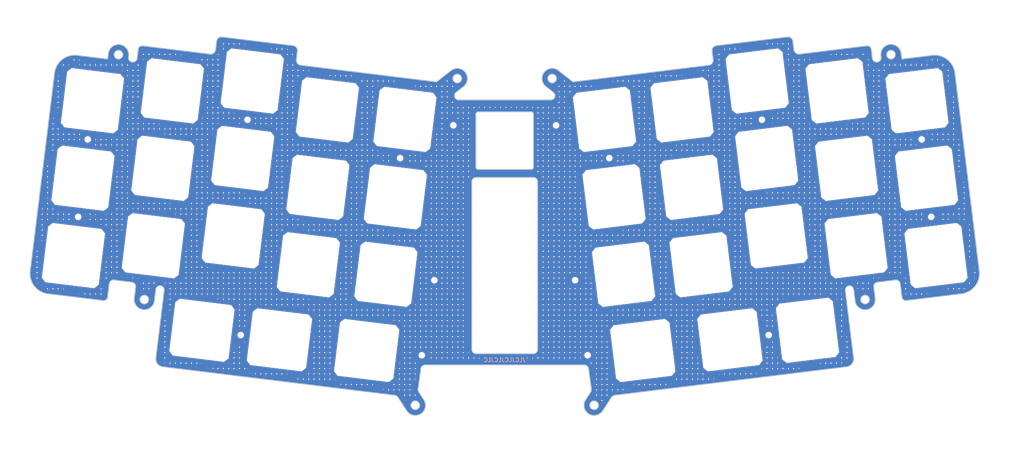
<source format=kicad_pcb>
(kicad_pcb (version 20221018) (generator pcbnew)
  (title_block (title "Le Capybara Plate (36 keys)") (date "2024-02-21") (rev "1.0") (company "sporkus"))
  (layers (0 "F.Cu" signal) (31 "B.Cu" signal) (34 "B.Paste" user) (35 "F.Paste" user) (36 "B.SilkS" user "B.Silkscreen") (37 "F.SilkS" user "F.Silkscreen") (38 "B.Mask" user) (39 "F.Mask" user) (44 "Edge.Cuts" user))
  (net 0 "")
  (footprint "capacitive_sensors:MountingHole_1.6mm_M2_tapped" (layer "F.Cu") (at 166.860803 136.750673)
    (fp_text reference "H15" hide)
    (fp_text value "M2 Hole")
    (fp_circle (center 0 0) (end 0 0.8) (stroke (width 0.05)) (fill none) (layer "Edge.Cuts"))
  )
  (footprint "capacitive_sensors:plate_cut_1U_topre" (layer "F.Cu") (at 194.537698 114.650454 -83)
    (fp_text reference "SW27")
    (fp_text value "EC_SW" hide)
    (fp_line (start -7.3 -6) (end -7.3 6) (stroke (width 0.05)) (layer "Edge.Cuts"))
    (fp_line (start -7.3 -6) (end -6.3 -7) (stroke (width 0.05)) (layer "Edge.Cuts"))
    (fp_line (start -6.3 7) (end -7.3 6) (stroke (width 0.05)) (layer "Edge.Cuts"))
    (fp_line (start -6.3 7) (end 6.3 7) (stroke (width 0.05)) (layer "Edge.Cuts"))
    (fp_line (start 6.3 -7) (end -6.3 -7) (stroke (width 0.05)) (layer "Edge.Cuts"))
    (fp_line (start 6.3 7) (end 7.3 6) (stroke (width 0.05)) (layer "Edge.Cuts"))
    (fp_line (start 7.3 -6) (end 6.3 -7) (stroke (width 0.05)) (layer "Edge.Cuts"))
    (fp_line (start 7.3 6) (end 7.3 -6) (stroke (width 0.05)) (layer "Edge.Cuts"))
  )
  (footprint "capacitive_sensors:plate_cut_1U_topre" (layer "F.Cu") (at 212.8653 107.601842 -83)
    (fp_text reference "SW28")
    (fp_text value "EC_SW" hide)
    (fp_line (start -7.3 -6) (end -7.3 6) (stroke (width 0.05)) (layer "Edge.Cuts"))
    (fp_line (start -7.3 -6) (end -6.3 -7) (stroke (width 0.05)) (layer "Edge.Cuts"))
    (fp_line (start -6.3 7) (end -7.3 6) (stroke (width 0.05)) (layer "Edge.Cuts"))
    (fp_line (start -6.3 7) (end 6.3 7) (stroke (width 0.05)) (layer "Edge.Cuts"))
    (fp_line (start 6.3 -7) (end -6.3 -7) (stroke (width 0.05)) (layer "Edge.Cuts"))
    (fp_line (start 6.3 7) (end 7.3 6) (stroke (width 0.05)) (layer "Edge.Cuts"))
    (fp_line (start 7.3 -6) (end 6.3 -7) (stroke (width 0.05)) (layer "Edge.Cuts"))
    (fp_line (start 7.3 6) (end 7.3 -6) (stroke (width 0.05)) (layer "Edge.Cuts"))
  )
  (footprint "capacitive_sensors:plate_cut_1U_topre" (layer "F.Cu") (at 122.292472 79.156057 83)
    (fp_text reference "SW5")
    (fp_text value "EC_SW" hide)
    (fp_line (start -7.3 -6) (end -7.3 6) (stroke (width 0.05)) (layer "Edge.Cuts"))
    (fp_line (start -7.3 -6) (end -6.3 -7) (stroke (width 0.05)) (layer "Edge.Cuts"))
    (fp_line (start -6.3 7) (end -7.3 6) (stroke (width 0.05)) (layer "Edge.Cuts"))
    (fp_line (start -6.3 7) (end 6.3 7) (stroke (width 0.05)) (layer "Edge.Cuts"))
    (fp_line (start 6.3 -7) (end -6.3 -7) (stroke (width 0.05)) (layer "Edge.Cuts"))
    (fp_line (start 6.3 7) (end 7.3 6) (stroke (width 0.05)) (layer "Edge.Cuts"))
    (fp_line (start 7.3 -6) (end 6.3 -7) (stroke (width 0.05)) (layer "Edge.Cuts"))
    (fp_line (start 7.3 6) (end 7.3 -6) (stroke (width 0.05)) (layer "Edge.Cuts"))
  )
  (footprint "capacitive_sensors:plate_cut_1U_topre" (layer "F.Cu") (at 119.970861 98.064061 83)
    (fp_text reference "SW15")
    (fp_text value "EC_SW" hide)
    (fp_line (start -7.3 -6) (end -7.3 6) (stroke (width 0.05)) (layer "Edge.Cuts"))
    (fp_line (start -7.3 -6) (end -6.3 -7) (stroke (width 0.05)) (layer "Edge.Cuts"))
    (fp_line (start -6.3 7) (end -7.3 6) (stroke (width 0.05)) (layer "Edge.Cuts"))
    (fp_line (start -6.3 7) (end 6.3 7) (stroke (width 0.05)) (layer "Edge.Cuts"))
    (fp_line (start 6.3 -7) (end -6.3 -7) (stroke (width 0.05)) (layer "Edge.Cuts"))
    (fp_line (start 6.3 7) (end 7.3 6) (stroke (width 0.05)) (layer "Edge.Cuts"))
    (fp_line (start 7.3 -6) (end 6.3 -7) (stroke (width 0.05)) (layer "Edge.Cuts"))
    (fp_line (start 7.3 6) (end 7.3 -6) (stroke (width 0.05)) (layer "Edge.Cuts"))
  )
  (footprint "capacitive_sensors:plate_cut_1U_topre" (layer "F.Cu") (at 220.494315 130.656448 97)
    (fp_text reference "SW36")
    (fp_text value "EC_SW" hide)
    (fp_line (start -7.3 -6) (end -7.3 6) (stroke (width 0.05)) (layer "Edge.Cuts"))
    (fp_line (start -7.3 -6) (end -6.3 -7) (stroke (width 0.05)) (layer "Edge.Cuts"))
    (fp_line (start -6.3 7) (end -7.3 6) (stroke (width 0.05)) (layer "Edge.Cuts"))
    (fp_line (start -6.3 7) (end 6.3 7) (stroke (width 0.05)) (layer "Edge.Cuts"))
    (fp_line (start 6.3 -7) (end -6.3 -7) (stroke (width 0.05)) (layer "Edge.Cuts"))
    (fp_line (start 6.3 7) (end 7.3 6) (stroke (width 0.05)) (layer "Edge.Cuts"))
    (fp_line (start 7.3 -6) (end 6.3 -7) (stroke (width 0.05)) (layer "Edge.Cuts"))
    (fp_line (start 7.3 6) (end 7.3 -6) (stroke (width 0.05)) (layer "Edge.Cuts"))
  )
  (footprint "capacitive_sensors:plate_cut_1U_topre" (layer "F.Cu") (at 91.692634 132.978056 -7)
    (fp_text reference "SW31")
    (fp_text value "EC_SW" hide)
    (fp_line (start -7.3 -6) (end -7.3 6) (stroke (width 0.05)) (layer "Edge.Cuts"))
    (fp_line (start -7.3 -6) (end -6.3 -7) (stroke (width 0.05)) (layer "Edge.Cuts"))
    (fp_line (start -6.3 7) (end -7.3 6) (stroke (width 0.05)) (layer "Edge.Cuts"))
    (fp_line (start -6.3 7) (end 6.3 7) (stroke (width 0.05)) (layer "Edge.Cuts"))
    (fp_line (start 6.3 -7) (end -6.3 -7) (stroke (width 0.05)) (layer "Edge.Cuts"))
    (fp_line (start 6.3 7) (end 7.3 6) (stroke (width 0.05)) (layer "Edge.Cuts"))
    (fp_line (start 7.3 -6) (end 6.3 -7) (stroke (width 0.05)) (layer "Edge.Cuts"))
    (fp_line (start 7.3 6) (end 7.3 -6) (stroke (width 0.05)) (layer "Edge.Cuts"))
  )
  (footprint "capacitive_sensors:plate_cut_1U_topre" (layer "F.Cu") (at 232.353707 110.007232 -83)
    (fp_text reference "SW29")
    (fp_text value "EC_SW" hide)
    (fp_line (start -7.3 -6) (end -7.3 6) (stroke (width 0.05)) (layer "Edge.Cuts"))
    (fp_line (start -7.3 -6) (end -6.3 -7) (stroke (width 0.05)) (layer "Edge.Cuts"))
    (fp_line (start -6.3 7) (end -7.3 6) (stroke (width 0.05)) (layer "Edge.Cuts"))
    (fp_line (start -6.3 7) (end 6.3 7) (stroke (width 0.05)) (layer "Edge.Cuts"))
    (fp_line (start 6.3 -7) (end -6.3 -7) (stroke (width 0.05)) (layer "Edge.Cuts"))
    (fp_line (start 6.3 7) (end 7.3 6) (stroke (width 0.05)) (layer "Edge.Cuts"))
    (fp_line (start 7.3 -6) (end 6.3 -7) (stroke (width 0.05)) (layer "Edge.Cuts"))
    (fp_line (start 7.3 6) (end 7.3 -6) (stroke (width 0.05)) (layer "Edge.Cuts"))
  )
  (footprint "capacitive_sensors:plate_cut_1U_topre" (layer "F.Cu") (at 230.032096 91.099228 -83)
    (fp_text reference "SW19")
    (fp_text value "EC_SW" hide)
    (fp_line (start -7.3 -6) (end -7.3 6) (stroke (width 0.05)) (layer "Edge.Cuts"))
    (fp_line (start -7.3 -6) (end -6.3 -7) (stroke (width 0.05)) (layer "Edge.Cuts"))
    (fp_line (start -6.3 7) (end -7.3 6) (stroke (width 0.05)) (layer "Edge.Cuts"))
    (fp_line (start -6.3 7) (end 6.3 7) (stroke (width 0.05)) (layer "Edge.Cuts"))
    (fp_line (start 6.3 -7) (end -6.3 -7) (stroke (width 0.05)) (layer "Edge.Cuts"))
    (fp_line (start 6.3 7) (end 7.3 6) (stroke (width 0.05)) (layer "Edge.Cuts"))
    (fp_line (start 7.3 -6) (end 6.3 -7) (stroke (width 0.05)) (layer "Edge.Cuts"))
    (fp_line (start 7.3 6) (end 7.3 -6) (stroke (width 0.05)) (layer "Edge.Cuts"))
  )
  (footprint "capacitive_sensors:plate_cut_1U_topre" (layer "F.Cu") (at 72.784629 130.656448 -7)
    (fp_text reference "SW35")
    (fp_text value "EC_SW" hide)
    (fp_line (start -7.3 -6) (end -7.3 6) (stroke (width 0.05)) (layer "Edge.Cuts"))
    (fp_line (start -7.3 -6) (end -6.3 -7) (stroke (width 0.05)) (layer "Edge.Cuts"))
    (fp_line (start -6.3 7) (end -7.3 6) (stroke (width 0.05)) (layer "Edge.Cuts"))
    (fp_line (start -6.3 7) (end 6.3 7) (stroke (width 0.05)) (layer "Edge.Cuts"))
    (fp_line (start 6.3 -7) (end -6.3 -7) (stroke (width 0.05)) (layer "Edge.Cuts"))
    (fp_line (start 6.3 7) (end 7.3 6) (stroke (width 0.05)) (layer "Edge.Cuts"))
    (fp_line (start 7.3 -6) (end 6.3 -7) (stroke (width 0.05)) (layer "Edge.Cuts"))
    (fp_line (start 7.3 6) (end 7.3 -6) (stroke (width 0.05)) (layer "Edge.Cuts"))
  )
  (footprint "capacitive_sensors:MountingHole_1.6mm_M2_tapped" (layer "F.Cu") (at 134.109977 80.607062)
    (fp_text reference "H4" hide)
    (fp_text value "M2 Hole")
    (fp_circle (center 0 0) (end 0 0.8) (stroke (width 0.05)) (fill none) (layer "Edge.Cuts"))
  )
  (footprint "capacitive_sensors:plate_cut_1U_topre" (layer "F.Cu") (at 60.925238 110.007232 83)
    (fp_text reference "SW22")
    (fp_text value "EC_SW" hide)
    (fp_line (start -7.3 -6) (end -7.3 6) (stroke (width 0.05)) (layer "Edge.Cuts"))
    (fp_line (start -7.3 -6) (end -6.3 -7) (stroke (width 0.05)) (layer "Edge.Cuts"))
    (fp_line (start -6.3 7) (end -7.3 6) (stroke (width 0.05)) (layer "Edge.Cuts"))
    (fp_line (start -6.3 7) (end 6.3 7) (stroke (width 0.05)) (layer "Edge.Cuts"))
    (fp_line (start 6.3 -7) (end -6.3 -7) (stroke (width 0.05)) (layer "Edge.Cuts"))
    (fp_line (start 6.3 7) (end 7.3 6) (stroke (width 0.05)) (layer "Edge.Cuts"))
    (fp_line (start 7.3 -6) (end 6.3 -7) (stroke (width 0.05)) (layer "Edge.Cuts"))
    (fp_line (start 7.3 6) (end 7.3 -6) (stroke (width 0.05)) (layer "Edge.Cuts"))
  )
  (footprint "capacitive_sensors:plate_cut_1U_topre" (layer "F.Cu") (at 175.629694 116.972065 -83)
    (fp_text reference "SW26")
    (fp_text value "EC_SW" hide)
    (fp_line (start -7.3 -6) (end -7.3 6) (stroke (width 0.05)) (layer "Edge.Cuts"))
    (fp_line (start -7.3 -6) (end -6.3 -7) (stroke (width 0.05)) (layer "Edge.Cuts"))
    (fp_line (start -6.3 7) (end -7.3 6) (stroke (width 0.05)) (layer "Edge.Cuts"))
    (fp_line (start -6.3 7) (end 6.3 7) (stroke (width 0.05)) (layer "Edge.Cuts"))
    (fp_line (start 6.3 -7) (end -6.3 -7) (stroke (width 0.05)) (layer "Edge.Cuts"))
    (fp_line (start 6.3 7) (end 7.3 6) (stroke (width 0.05)) (layer "Edge.Cuts"))
    (fp_line (start 7.3 -6) (end 6.3 -7) (stroke (width 0.05)) (layer "Edge.Cuts"))
    (fp_line (start 7.3 6) (end 7.3 -6) (stroke (width 0.05)) (layer "Edge.Cuts"))
  )
  (footprint "capacitive_sensors:plate_cut_1U_topre" (layer "F.Cu") (at 103.384468 76.834446 83)
    (fp_text reference "SW4")
    (fp_text value "EC_SW" hide)
    (fp_line (start -7.3 -6) (end -7.3 6) (stroke (width 0.05)) (layer "Edge.Cuts"))
    (fp_line (start -7.3 -6) (end -6.3 -7) (stroke (width 0.05)) (layer "Edge.Cuts"))
    (fp_line (start -6.3 7) (end -7.3 6) (stroke (width 0.05)) (layer "Edge.Cuts"))
    (fp_line (start -6.3 7) (end 6.3 7) (stroke (width 0.05)) (layer "Edge.Cuts"))
    (fp_line (start 6.3 -7) (end -6.3 -7) (stroke (width 0.05)) (layer "Edge.Cuts"))
    (fp_line (start 6.3 7) (end 7.3 6) (stroke (width 0.05)) (layer "Edge.Cuts"))
    (fp_line (start 7.3 -6) (end 6.3 -7) (stroke (width 0.05)) (layer "Edge.Cuts"))
    (fp_line (start 7.3 6) (end 7.3 -6) (stroke (width 0.05)) (layer "Edge.Cuts"))
  )
  (footprint "capacitive_sensors:plate_cut_1U_topre" (layer "F.Cu") (at 117.64925 116.972065 83)
    (fp_text reference "SW25")
    (fp_text value "EC_SW" hide)
    (fp_line (start -7.3 -6) (end -7.3 6) (stroke (width 0.05)) (layer "Edge.Cuts"))
    (fp_line (start -7.3 -6) (end -6.3 -7) (stroke (width 0.05)) (layer "Edge.Cuts"))
    (fp_line (start -6.3 7) (end -7.3 6) (stroke (width 0.05)) (layer "Edge.Cuts"))
    (fp_line (start -6.3 7) (end 6.3 7) (stroke (width 0.05)) (layer "Edge.Cuts"))
    (fp_line (start 6.3 -7) (end -6.3 -7) (stroke (width 0.05)) (layer "Edge.Cuts"))
    (fp_line (start 6.3 7) (end 7.3 6) (stroke (width 0.05)) (layer "Edge.Cuts"))
    (fp_line (start 7.3 -6) (end 6.3 -7) (stroke (width 0.05)) (layer "Edge.Cuts"))
    (fp_line (start 7.3 6) (end 7.3 -6) (stroke (width 0.05)) (layer "Edge.Cuts"))
  )
  (footprint "capacitive_sensors:plate_cut_1U_topre" (layer "F.Cu") (at 112.964139 135.589868 -7)
    (fp_text reference "SW32")
    (fp_text value "EC_SW" hide)
    (fp_line (start -7.3 -6) (end -7.3 6) (stroke (width 0.05)) (layer "Edge.Cuts"))
    (fp_line (start -7.3 -6) (end -6.3 -7) (stroke (width 0.05)) (layer "Edge.Cuts"))
    (fp_line (start -6.3 7) (end -7.3 6) (stroke (width 0.05)) (layer "Edge.Cuts"))
    (fp_line (start -6.3 7) (end 6.3 7) (stroke (width 0.05)) (layer "Edge.Cuts"))
    (fp_line (start 6.3 -7) (end -6.3 -7) (stroke (width 0.05)) (layer "Edge.Cuts"))
    (fp_line (start 6.3 7) (end 7.3 6) (stroke (width 0.05)) (layer "Edge.Cuts"))
    (fp_line (start 7.3 -6) (end 6.3 -7) (stroke (width 0.05)) (layer "Edge.Cuts"))
    (fp_line (start 7.3 6) (end 7.3 -6) (stroke (width 0.05)) (layer "Edge.Cuts"))
  )
  (footprint "capacitive_sensors:plate_cut_1U_topre" (layer "F.Cu") (at 43.758442 93.504618 83)
    (fp_text reference "SW11")
    (fp_text value "EC_SW" hide)
    (fp_line (start -7.3 -6) (end -7.3 6) (stroke (width 0.05)) (layer "Edge.Cuts"))
    (fp_line (start -7.3 -6) (end -6.3 -7) (stroke (width 0.05)) (layer "Edge.Cuts"))
    (fp_line (start -6.3 7) (end -7.3 6) (stroke (width 0.05)) (layer "Edge.Cuts"))
    (fp_line (start -6.3 7) (end 6.3 7) (stroke (width 0.05)) (layer "Edge.Cuts"))
    (fp_line (start 6.3 -7) (end -6.3 -7) (stroke (width 0.05)) (layer "Edge.Cuts"))
    (fp_line (start 6.3 7) (end 7.3 6) (stroke (width 0.05)) (layer "Edge.Cuts"))
    (fp_line (start 7.3 -6) (end 6.3 -7) (stroke (width 0.05)) (layer "Edge.Cuts"))
    (fp_line (start 7.3 6) (end 7.3 -6) (stroke (width 0.05)) (layer "Edge.Cuts"))
  )
  (footprint "capacitive_sensors:plate_cut_1U_topre" (layer "F.Cu") (at 227.710485 72.191224 -83)
    (fp_text reference "SW9")
    (fp_text value "EC_SW" hide)
    (fp_line (start -7.3 -6) (end -7.3 6) (stroke (width 0.05)) (layer "Edge.Cuts"))
    (fp_line (start -7.3 -6) (end -6.3 -7) (stroke (width 0.05)) (layer "Edge.Cuts"))
    (fp_line (start -6.3 7) (end -7.3 6) (stroke (width 0.05)) (layer "Edge.Cuts"))
    (fp_line (start -6.3 7) (end 6.3 7) (stroke (width 0.05)) (layer "Edge.Cuts"))
    (fp_line (start 6.3 -7) (end -6.3 -7) (stroke (width 0.05)) (layer "Edge.Cuts"))
    (fp_line (start 6.3 7) (end 7.3 6) (stroke (width 0.05)) (layer "Edge.Cuts"))
    (fp_line (start 7.3 -6) (end 6.3 -7) (stroke (width 0.05)) (layer "Edge.Cuts"))
    (fp_line (start 7.3 6) (end 7.3 -6) (stroke (width 0.05)) (layer "Edge.Cuts"))
  )
  (footprint "capacitive_sensors:plate_cut_1U_topre" (layer "F.Cu") (at 247.198892 74.596614 -83)
    (fp_text reference "SW10")
    (fp_text value "EC_SW" hide)
    (fp_line (start -7.3 -6) (end -7.3 6) (stroke (width 0.05)) (layer "Edge.Cuts"))
    (fp_line (start -7.3 -6) (end -6.3 -7) (stroke (width 0.05)) (layer "Edge.Cuts"))
    (fp_line (start -6.3 7) (end -7.3 6) (stroke (width 0.05)) (layer "Edge.Cuts"))
    (fp_line (start -6.3 7) (end 6.3 7) (stroke (width 0.05)) (layer "Edge.Cuts"))
    (fp_line (start 6.3 -7) (end -6.3 -7) (stroke (width 0.05)) (layer "Edge.Cuts"))
    (fp_line (start 6.3 7) (end 7.3 6) (stroke (width 0.05)) (layer "Edge.Cuts"))
    (fp_line (start 7.3 -6) (end 6.3 -7) (stroke (width 0.05)) (layer "Edge.Cuts"))
    (fp_line (start 7.3 6) (end 7.3 -6) (stroke (width 0.05)) (layer "Edge.Cuts"))
  )
  (footprint "capacitive_sensors:MountingHole_1.6mm_M2_tapped" (layer "F.Cu") (at 82.238631 131.817253)
    (fp_text reference "H7" hide)
    (fp_text value "M2 Hole")
    (fp_circle (center 0 0) (end 0 0.8) (stroke (width 0.05)) (fill none) (layer "Edge.Cuts"))
  )
  (footprint "capacitive_sensors:plate_cut_1U_topre" (layer "F.Cu") (at 63.246849 91.099228 83)
    (fp_text reference "SW12")
    (fp_text value "EC_SW" hide)
    (fp_line (start -7.3 -6) (end -7.3 6) (stroke (width 0.05)) (layer "Edge.Cuts"))
    (fp_line (start -7.3 -6) (end -6.3 -7) (stroke (width 0.05)) (layer "Edge.Cuts"))
    (fp_line (start -6.3 7) (end -7.3 6) (stroke (width 0.05)) (layer "Edge.Cuts"))
    (fp_line (start -6.3 7) (end 6.3 7) (stroke (width 0.05)) (layer "Edge.Cuts"))
    (fp_line (start 6.3 -7) (end -6.3 -7) (stroke (width 0.05)) (layer "Edge.Cuts"))
    (fp_line (start 6.3 7) (end 7.3 6) (stroke (width 0.05)) (layer "Edge.Cuts"))
    (fp_line (start 7.3 -6) (end 6.3 -7) (stroke (width 0.05)) (layer "Edge.Cuts"))
    (fp_line (start 7.3 6) (end 7.3 -6) (stroke (width 0.05)) (layer "Edge.Cuts"))
  )
  (footprint "capacitive_sensors:plate_cut_1U_topre" (layer "F.Cu") (at 46.080053 74.596614 83)
    (fp_text reference "SW1")
    (fp_text value "EC_SW" hide)
    (fp_line (start -7.3 -6) (end -7.3 6) (stroke (width 0.05)) (layer "Edge.Cuts"))
    (fp_line (start -7.3 -6) (end -6.3 -7) (stroke (width 0.05)) (layer "Edge.Cuts"))
    (fp_line (start -6.3 7) (end -7.3 6) (stroke (width 0.05)) (layer "Edge.Cuts"))
    (fp_line (start -6.3 7) (end 6.3 7) (stroke (width 0.05)) (layer "Edge.Cuts"))
    (fp_line (start 6.3 -7) (end -6.3 -7) (stroke (width 0.05)) (layer "Edge.Cuts"))
    (fp_line (start 6.3 7) (end 7.3 6) (stroke (width 0.05)) (layer "Edge.Cuts"))
    (fp_line (start 7.3 -6) (end 6.3 -7) (stroke (width 0.05)) (layer "Edge.Cuts"))
    (fp_line (start 7.3 6) (end 7.3 -6) (stroke (width 0.05)) (layer "Edge.Cuts"))
  )
  (footprint "capacitive_sensors:MountingHole_1.6mm_M2_tapped" (layer "F.Cu") (at 159.168967 80.607062)
    (fp_text reference "H9" hide)
    (fp_text value "M2 Hole")
    (fp_circle (center 0 0) (end 0 0.8) (stroke (width 0.05)) (fill none) (layer "Edge.Cuts"))
  )
  (footprint "capacitive_sensors:plate_cut_1U_topre" (layer "F.Cu") (at 65.56846 72.191224 83)
    (fp_text reference "SW2")
    (fp_text value "EC_SW" hide)
    (fp_line (start -7.3 -6) (end -7.3 6) (stroke (width 0.05)) (layer "Edge.Cuts"))
    (fp_line (start -7.3 -6) (end -6.3 -7) (stroke (width 0.05)) (layer "Edge.Cuts"))
    (fp_line (start -6.3 7) (end -7.3 6) (stroke (width 0.05)) (layer "Edge.Cuts"))
    (fp_line (start -6.3 7) (end 6.3 7) (stroke (width 0.05)) (layer "Edge.Cuts"))
    (fp_line (start 6.3 -7) (end -6.3 -7) (stroke (width 0.05)) (layer "Edge.Cuts"))
    (fp_line (start 6.3 7) (end 7.3 6) (stroke (width 0.05)) (layer "Edge.Cuts"))
    (fp_line (start 7.3 -6) (end 6.3 -7) (stroke (width 0.05)) (layer "Edge.Cuts"))
    (fp_line (start 7.3 6) (end 7.3 -6) (stroke (width 0.05)) (layer "Edge.Cuts"))
  )
  (footprint "capacitive_sensors:MountingHole_1.6mm_M2_tapped" (layer "F.Cu") (at 211.040313 131.817253)
    (fp_text reference "H16" hide)
    (fp_text value "M2 Hole")
    (fp_circle (center 0 0) (end 0 0.8) (stroke (width 0.05)) (fill none) (layer "Edge.Cuts"))
  )
  (footprint "capacitive_sensors:plate_cut_1U_topre" (layer "F.Cu") (at 82.735256 88.693838 83)
    (fp_text reference "SW13")
    (fp_text value "EC_SW" hide)
    (fp_line (start -7.3 -6) (end -7.3 6) (stroke (width 0.05)) (layer "Edge.Cuts"))
    (fp_line (start -7.3 -6) (end -6.3 -7) (stroke (width 0.05)) (layer "Edge.Cuts"))
    (fp_line (start -6.3 7) (end -7.3 6) (stroke (width 0.05)) (layer "Edge.Cuts"))
    (fp_line (start -6.3 7) (end 6.3 7) (stroke (width 0.05)) (layer "Edge.Cuts"))
    (fp_line (start 6.3 -7) (end -6.3 -7) (stroke (width 0.05)) (layer "Edge.Cuts"))
    (fp_line (start 6.3 7) (end 7.3 6) (stroke (width 0.05)) (layer "Edge.Cuts"))
    (fp_line (start 7.3 -6) (end 6.3 -7) (stroke (width 0.05)) (layer "Edge.Cuts"))
    (fp_line (start 7.3 6) (end 7.3 -6) (stroke (width 0.05)) (layer "Edge.Cuts"))
  )
  (footprint "capacitive_sensors:plate_cut_1U_topre" (layer "F.Cu") (at 251.843482 112.409408 -83)
    (fp_text reference "SW30")
    (fp_text value "EC_SW" hide)
    (fp_line (start -7.3 -6) (end -7.3 6) (stroke (width 0.05)) (layer "Edge.Cuts"))
    (fp_line (start -7.3 -6) (end -6.3 -7) (stroke (width 0.05)) (layer "Edge.Cuts"))
    (fp_line (start -6.3 7) (end -7.3 6) (stroke (width 0.05)) (layer "Edge.Cuts"))
    (fp_line (start -6.3 7) (end 6.3 7) (stroke (width 0.05)) (layer "Edge.Cuts"))
    (fp_line (start 6.3 -7) (end -6.3 -7) (stroke (width 0.05)) (layer "Edge.Cuts"))
    (fp_line (start 6.3 7) (end 7.3 6) (stroke (width 0.05)) (layer "Edge.Cuts"))
    (fp_line (start 7.3 -6) (end 6.3 -7) (stroke (width 0.05)) (layer "Edge.Cuts"))
    (fp_line (start 7.3 6) (end 7.3 -6) (stroke (width 0.05)) (layer "Edge.Cuts"))
  )
  (footprint "capacitive_sensors:MountingHole_1.6mm_M2_tapped" (layer "F.Cu") (at 163.812189 118.423073)
    (fp_text reference "H13" hide)
    (fp_text value "M2 Hole")
    (fp_circle (center 0 0) (end 0 0.8) (stroke (width 0.05)) (fill none) (layer "Edge.Cuts"))
  )
  (footprint "capacitive_sensors:plate_cut_1U_topre" (layer "F.Cu") (at 41.442999 112.413442 83)
    (fp_text reference "SW21")
    (fp_text value "EC_SW" hide)
    (fp_line (start -7.3 -6) (end -7.3 6) (stroke (width 0.05)) (layer "Edge.Cuts"))
    (fp_line (start -7.3 -6) (end -6.3 -7) (stroke (width 0.05)) (layer "Edge.Cuts"))
    (fp_line (start -6.3 7) (end -7.3 6) (stroke (width 0.05)) (layer "Edge.Cuts"))
    (fp_line (start -6.3 7) (end 6.3 7) (stroke (width 0.05)) (layer "Edge.Cuts"))
    (fp_line (start 6.3 -7) (end -6.3 -7) (stroke (width 0.05)) (layer "Edge.Cuts"))
    (fp_line (start 6.3 7) (end 7.3 6) (stroke (width 0.05)) (layer "Edge.Cuts"))
    (fp_line (start 7.3 -6) (end 6.3 -7) (stroke (width 0.05)) (layer "Edge.Cuts"))
    (fp_line (start 7.3 6) (end 7.3 -6) (stroke (width 0.05)) (layer "Edge.Cuts"))
  )
  (footprint "capacitive_sensors:MountingHole_1.6mm_M2_tapped" (layer "F.Cu") (at 209.376717 79.240652)
    (fp_text reference "H11" hide)
    (fp_text value "M2 Hole")
    (fp_circle (center 0 0) (end 0 0.8) (stroke (width 0.05)) (fill none) (layer "Edge.Cuts"))
  )
  (footprint "capacitive_sensors:MountingHole_1.6mm_M2_tapped" (layer "F.Cu") (at 44.925417 84.051437)
    (fp_text reference "H1" hide)
    (fp_text value "M2 Hole")
    (fp_circle (center 0 0) (end 0 0.8) (stroke (width 0.05)) (fill none) (layer "Edge.Cuts"))
  )
  (footprint "capacitive_sensors:plate_cut_1U_topre" (layer "F.Cu") (at 98.741246 114.650454 83)
    (fp_text reference "SW24")
    (fp_text value "EC_SW" hide)
    (fp_line (start -7.3 -6) (end -7.3 6) (stroke (width 0.05)) (layer "Edge.Cuts"))
    (fp_line (start -7.3 -6) (end -6.3 -7) (stroke (width 0.05)) (layer "Edge.Cuts"))
    (fp_line (start -6.3 7) (end -7.3 6) (stroke (width 0.05)) (layer "Edge.Cuts"))
    (fp_line (start -6.3 7) (end 6.3 7) (stroke (width 0.05)) (layer "Edge.Cuts"))
    (fp_line (start 6.3 -7) (end -6.3 -7) (stroke (width 0.05)) (layer "Edge.Cuts"))
    (fp_line (start 6.3 7) (end 7.3 6) (stroke (width 0.05)) (layer "Edge.Cuts"))
    (fp_line (start 7.3 -6) (end 6.3 -7) (stroke (width 0.05)) (layer "Edge.Cuts"))
    (fp_line (start 7.3 6) (end 7.3 -6) (stroke (width 0.05)) (layer "Edge.Cuts"))
  )
  (footprint "capacitive_sensors:plate_cut_1U_topre" (layer "F.Cu") (at 180.314805 135.589868 7)
    (fp_text reference "SW33")
    (fp_text value "EC_SW" hide)
    (fp_line (start -7.3 -6) (end -7.3 6) (stroke (width 0.05)) (layer "Edge.Cuts"))
    (fp_line (start -7.3 -6) (end -6.3 -7) (stroke (width 0.05)) (layer "Edge.Cuts"))
    (fp_line (start -6.3 7) (end -7.3 6) (stroke (width 0.05)) (layer "Edge.Cuts"))
    (fp_line (start -6.3 7) (end 6.3 7) (stroke (width 0.05)) (layer "Edge.Cuts"))
    (fp_line (start 6.3 -7) (end -6.3 -7) (stroke (width 0.05)) (layer "Edge.Cuts"))
    (fp_line (start 6.3 7) (end 7.3 6) (stroke (width 0.05)) (layer "Edge.Cuts"))
    (fp_line (start 7.3 -6) (end 6.3 -7) (stroke (width 0.05)) (layer "Edge.Cuts"))
    (fp_line (start 7.3 6) (end 7.3 -6) (stroke (width 0.05)) (layer "Edge.Cuts"))
  )
  (footprint "capacitive_sensors:plate_cut_1U_topre" (layer "F.Cu") (at 80.413645 107.601842 83)
    (fp_text reference "SW23")
    (fp_text value "EC_SW" hide)
    (fp_line (start -7.3 -6) (end -7.3 6) (stroke (width 0.05)) (layer "Edge.Cuts"))
    (fp_line (start -7.3 -6) (end -6.3 -7) (stroke (width 0.05)) (layer "Edge.Cuts"))
    (fp_line (start -6.3 7) (end -7.3 6) (stroke (width 0.05)) (layer "Edge.Cuts"))
    (fp_line (start -6.3 7) (end 6.3 7) (stroke (width 0.05)) (layer "Edge.Cuts"))
    (fp_line (start 6.3 -7) (end -6.3 -7) (stroke (width 0.05)) (layer "Edge.Cuts"))
    (fp_line (start 6.3 7) (end 7.3 6) (stroke (width 0.05)) (layer "Edge.Cuts"))
    (fp_line (start 7.3 -6) (end 6.3 -7) (stroke (width 0.05)) (layer "Edge.Cuts"))
    (fp_line (start 7.3 6) (end 7.3 -6) (stroke (width 0.05)) (layer "Edge.Cuts"))
  )
  (footprint "capacitive_sensors:MountingHole_1.6mm_M2_tapped" (layer "F.Cu") (at 250.675143 102.95944)
    (fp_text reference "H14" hide)
    (fp_text value "M2 Hole")
    (fp_circle (center 0 0) (end 0 0.8) (stroke (width 0.05)) (fill none) (layer "Edge.Cuts"))
  )
  (footprint "capacitive_sensors:plate_cut_1U_topre" (layer "F.Cu") (at 249.520503 93.504618 -83)
    (fp_text reference "SW20")
    (fp_text value "EC_SW" hide)
    (fp_line (start -7.3 -6) (end -7.3 6) (stroke (width 0.05)) (layer "Edge.Cuts"))
    (fp_line (start -7.3 -6) (end -6.3 -7) (stroke (width 0.05)) (layer "Edge.Cuts"))
    (fp_line (start -6.3 7) (end -7.3 6) (stroke (width 0.05)) (layer "Edge.Cuts"))
    (fp_line (start -6.3 7) (end 6.3 7) (stroke (width 0.05)) (layer "Edge.Cuts"))
    (fp_line (start 6.3 -7) (end -6.3 -7) (stroke (width 0.05)) (layer "Edge.Cuts"))
    (fp_line (start 6.3 7) (end 7.3 6) (stroke (width 0.05)) (layer "Edge.Cuts"))
    (fp_line (start 7.3 -6) (end 6.3 -7) (stroke (width 0.05)) (layer "Edge.Cuts"))
    (fp_line (start 7.3 6) (end 7.3 -6) (stroke (width 0.05)) (layer "Edge.Cuts"))
  )
  (footprint "capacitive_sensors:plate_cut_1U_topre" (layer "F.Cu") (at 170.986472 79.156057 -83)
    (fp_text reference "SW6")
    (fp_text value "EC_SW" hide)
    (fp_line (start -7.3 -6) (end -7.3 6) (stroke (width 0.05)) (layer "Edge.Cuts"))
    (fp_line (start -7.3 -6) (end -6.3 -7) (stroke (width 0.05)) (layer "Edge.Cuts"))
    (fp_line (start -6.3 7) (end -7.3 6) (stroke (width 0.05)) (layer "Edge.Cuts"))
    (fp_line (start -6.3 7) (end 6.3 7) (stroke (width 0.05)) (layer "Edge.Cuts"))
    (fp_line (start 6.3 -7) (end -6.3 -7) (stroke (width 0.05)) (layer "Edge.Cuts"))
    (fp_line (start 6.3 7) (end 7.3 6) (stroke (width 0.05)) (layer "Edge.Cuts"))
    (fp_line (start 7.3 -6) (end 6.3 -7) (stroke (width 0.05)) (layer "Edge.Cuts"))
    (fp_line (start 7.3 6) (end 7.3 -6) (stroke (width 0.05)) (layer "Edge.Cuts"))
  )
  (footprint "capacitive_sensors:MountingHole_1.6mm_M2_tapped" (layer "F.Cu") (at 83.902227 79.240652)
    (fp_text reference "H2" hide)
    (fp_text value "M2 Hole")
    (fp_circle (center 0 0) (end 0 0.8) (stroke (width 0.05)) (fill none) (layer "Edge.Cuts"))
  )
  (footprint "capacitive_sensors:plate_cut_1U_topre" (layer "F.Cu") (at 192.216087 95.74245 -83)
    (fp_text reference "SW17")
    (fp_text value "EC_SW" hide)
    (fp_line (start -7.3 -6) (end -7.3 6) (stroke (width 0.05)) (layer "Edge.Cuts"))
    (fp_line (start -7.3 -6) (end -6.3 -7) (stroke (width 0.05)) (layer "Edge.Cuts"))
    (fp_line (start -6.3 7) (end -7.3 6) (stroke (width 0.05)) (layer "Edge.Cuts"))
    (fp_line (start -6.3 7) (end 6.3 7) (stroke (width 0.05)) (layer "Edge.Cuts"))
    (fp_line (start 6.3 -7) (end -6.3 -7) (stroke (width 0.05)) (layer "Edge.Cuts"))
    (fp_line (start 6.3 7) (end 7.3 6) (stroke (width 0.05)) (layer "Edge.Cuts"))
    (fp_line (start 7.3 -6) (end 6.3 -7) (stroke (width 0.05)) (layer "Edge.Cuts"))
    (fp_line (start 7.3 6) (end 7.3 -6) (stroke (width 0.05)) (layer "Edge.Cuts"))
  )
  (footprint "capacitive_sensors:plate_cut_1U_topre" (layer "F.Cu") (at 173.308083 98.064061 -83)
    (fp_text reference "SW16")
    (fp_text value "EC_SW" hide)
    (fp_line (start -7.3 -6) (end -7.3 6) (stroke (width 0.05)) (layer "Edge.Cuts"))
    (fp_line (start -7.3 -6) (end -6.3 -7) (stroke (width 0.05)) (layer "Edge.Cuts"))
    (fp_line (start -6.3 7) (end -7.3 6) (stroke (width 0.05)) (layer "Edge.Cuts"))
    (fp_line (start -6.3 7) (end 6.3 7) (stroke (width 0.05)) (layer "Edge.Cuts"))
    (fp_line (start 6.3 -7) (end -6.3 -7) (stroke (width 0.05)) (layer "Edge.Cuts"))
    (fp_line (start 6.3 7) (end 7.3 6) (stroke (width 0.05)) (layer "Edge.Cuts"))
    (fp_line (start 7.3 -6) (end 6.3 -7) (stroke (width 0.05)) (layer "Edge.Cuts"))
    (fp_line (start 7.3 6) (end 7.3 -6) (stroke (width 0.05)) (layer "Edge.Cuts"))
  )
  (footprint "capacitive_sensors:MountingHole_1.6mm_M2_tapped" (layer "F.Cu") (at 248.353527 84.051437)
    (fp_text reference "H12" hide)
    (fp_text value "M2 Hole")
    (fp_circle (center 0 0) (end 0 0.8) (stroke (width 0.05)) (fill none) (layer "Edge.Cuts"))
  )
  (footprint "capacitive_sensors:plate_cut_1U_topre" (layer "F.Cu") (at 208.222078 69.785834 -83)
    (fp_text reference "SW8")
    (fp_text value "EC_SW" hide)
    (fp_line (start -7.3 -6) (end -7.3 6) (stroke (width 0.05)) (layer "Edge.Cuts"))
    (fp_line (start -7.3 -6) (end -6.3 -7) (stroke (width 0.05)) (layer "Edge.Cuts"))
    (fp_line (start -6.3 7) (end -7.3 6) (stroke (width 0.05)) (layer "Edge.Cuts"))
    (fp_line (start -6.3 7) (end 6.3 7) (stroke (width 0.05)) (layer "Edge.Cuts"))
    (fp_line (start 6.3 -7) (end -6.3 -7) (stroke (width 0.05)) (layer "Edge.Cuts"))
    (fp_line (start 6.3 7) (end 7.3 6) (stroke (width 0.05)) (layer "Edge.Cuts"))
    (fp_line (start 7.3 -6) (end 6.3 -7) (stroke (width 0.05)) (layer "Edge.Cuts"))
    (fp_line (start 7.3 6) (end 7.3 -6) (stroke (width 0.05)) (layer "Edge.Cuts"))
  )
  (footprint "capacitive_sensors:plate_cut_1U_topre" (layer "F.Cu") (at 189.894476 76.834446 -83)
    (fp_text reference "SW7")
    (fp_text value "EC_SW" hide)
    (fp_line (start -7.3 -6) (end -7.3 6) (stroke (width 0.05)) (layer "Edge.Cuts"))
    (fp_line (start -7.3 -6) (end -6.3 -7) (stroke (width 0.05)) (layer "Edge.Cuts"))
    (fp_line (start -6.3 7) (end -7.3 6) (stroke (width 0.05)) (layer "Edge.Cuts"))
    (fp_line (start -6.3 7) (end 6.3 7) (stroke (width 0.05)) (layer "Edge.Cuts"))
    (fp_line (start 6.3 -7) (end -6.3 -7) (stroke (width 0.05)) (layer "Edge.Cuts"))
    (fp_line (start 6.3 7) (end 7.3 6) (stroke (width 0.05)) (layer "Edge.Cuts"))
    (fp_line (start 7.3 -6) (end 6.3 -7) (stroke (width 0.05)) (layer "Edge.Cuts"))
    (fp_line (start 7.3 6) (end 7.3 -6) (stroke (width 0.05)) (layer "Edge.Cuts"))
  )
  (footprint "capacitive_sensors:plate_cut_1U_topre" (layer "F.Cu") (at 201.58631 132.978056 7)
    (fp_text reference "SW34")
    (fp_text value "EC_SW" hide)
    (fp_line (start -7.3 -6) (end -7.3 6) (stroke (width 0.05)) (layer "Edge.Cuts"))
    (fp_line (start -7.3 -6) (end -6.3 -7) (stroke (width 0.05)) (layer "Edge.Cuts"))
    (fp_line (start -6.3 7) (end -7.3 6) (stroke (width 0.05)) (layer "Edge.Cuts"))
    (fp_line (start -6.3 7) (end 6.3 7) (stroke (width 0.05)) (layer "Edge.Cuts"))
    (fp_line (start 6.3 -7) (end -6.3 -7) (stroke (width 0.05)) (layer "Edge.Cuts"))
    (fp_line (start 6.3 7) (end 7.3 6) (stroke (width 0.05)) (layer "Edge.Cuts"))
    (fp_line (start 7.3 -6) (end 6.3 -7) (stroke (width 0.05)) (layer "Edge.Cuts"))
    (fp_line (start 7.3 6) (end 7.3 -6) (stroke (width 0.05)) (layer "Edge.Cuts"))
  )
  (footprint "capacitive_sensors:MountingHole_1.6mm_M2_tapped" (layer "F.Cu") (at 172.147274 88.610059)
    (fp_text reference "H10" hide)
    (fp_text value "M2 Hole")
    (fp_circle (center 0 0) (end 0 0.8) (stroke (width 0.05)) (fill none) (layer "Edge.Cuts"))
  )
  (footprint "capacitive_sensors:MountingHole_1.6mm_M2_tapped" (layer "F.Cu") (at 126.418141 136.750673)
    (fp_text reference "H8" hide)
    (fp_text value "M2 Hole")
    (fp_circle (center 0 0) (end 0 0.8) (stroke (width 0.05)) (fill none) (layer "Edge.Cuts"))
  )
  (footprint "capacitive_sensors:MountingHole_1.6mm_M2_tapped" (layer "F.Cu") (at 42.603801 102.95944)
    (fp_text reference "H5" hide)
    (fp_text value "M2 Hole")
    (fp_circle (center 0 0) (end 0 0.8) (stroke (width 0.05)) (fill none) (layer "Edge.Cuts"))
  )
  (footprint "capacitive_sensors:MountingHole_1.6mm_M2_tapped" (layer "F.Cu") (at 129.466755 118.423073)
    (fp_text reference "H6" hide)
    (fp_text value "M2 Hole")
    (fp_circle (center 0 0) (end 0 0.8) (stroke (width 0.05)) (fill none) (layer "Edge.Cuts"))
  )
  (footprint "capacitive_sensors:MountingHole_1.6mm_M2_tapped" (layer "F.Cu") (at 121.13167 88.610059)
    (fp_text reference "H3" hide)
    (fp_text value "M2 Hole")
    (fp_circle (center 0 0) (end 0 0.8) (stroke (width 0.05)) (fill none) (layer "Edge.Cuts"))
  )
  (footprint "capacitive_sensors:plate_cut_1U_topre" (layer "F.Cu") (at 85.056867 69.785834 83)
    (fp_text reference "SW3")
    (fp_text value "EC_SW" hide)
    (fp_line (start -7.3 -6) (end -7.3 6) (stroke (width 0.05)) (layer "Edge.Cuts"))
    (fp_line (start -7.3 -6) (end -6.3 -7) (stroke (width 0.05)) (layer "Edge.Cuts"))
    (fp_line (start -6.3 7) (end -7.3 6) (stroke (width 0.05)) (layer "Edge.Cuts"))
    (fp_line (start -6.3 7) (end 6.3 7) (stroke (width 0.05)) (layer "Edge.Cuts"))
    (fp_line (start 6.3 -7) (end -6.3 -7) (stroke (width 0.05)) (layer "Edge.Cuts"))
    (fp_line (start 6.3 7) (end 7.3 6) (stroke (width 0.05)) (layer "Edge.Cuts"))
    (fp_line (start 7.3 -6) (end 6.3 -7) (stroke (width 0.05)) (layer "Edge.Cuts"))
    (fp_line (start 7.3 6) (end 7.3 -6) (stroke (width 0.05)) (layer "Edge.Cuts"))
  )
  (footprint "capacitive_sensors:plate_cut_1U_topre" (layer "F.Cu") (at 101.062857 95.74245 83)
    (fp_text reference "SW14")
    (fp_text value "EC_SW" hide)
    (fp_line (start -7.3 -6) (end -7.3 6) (stroke (width 0.05)) (layer "Edge.Cuts"))
    (fp_line (start -7.3 -6) (end -6.3 -7) (stroke (width 0.05)) (layer "Edge.Cuts"))
    (fp_line (start -6.3 7) (end -7.3 6) (stroke (width 0.05)) (layer "Edge.Cuts"))
    (fp_line (start -6.3 7) (end 6.3 7) (stroke (width 0.05)) (layer "Edge.Cuts"))
    (fp_line (start 6.3 -7) (end -6.3 -7) (stroke (width 0.05)) (layer "Edge.Cuts"))
    (fp_line (start 6.3 7) (end 7.3 6) (stroke (width 0.05)) (layer "Edge.Cuts"))
    (fp_line (start 7.3 -6) (end 6.3 -7) (stroke (width 0.05)) (layer "Edge.Cuts"))
    (fp_line (start 7.3 6) (end 7.3 -6) (stroke (width 0.05)) (layer "Edge.Cuts"))
  )
  (footprint "capacitive_sensors:plate_cut_1U_topre" (layer "F.Cu") (at 210.543689 88.693838 -83)
    (fp_text reference "SW18")
    (fp_text value "EC_SW" hide)
    (fp_line (start -7.3 -6) (end -7.3 6) (stroke (width 0.05)) (layer "Edge.Cuts"))
    (fp_line (start -7.3 -6) (end -6.3 -7) (stroke (width 0.05)) (layer "Edge.Cuts"))
    (fp_line (start -6.3 7) (end -7.3 6) (stroke (width 0.05)) (layer "Edge.Cuts"))
    (fp_line (start -6.3 7) (end 6.3 7) (stroke (width 0.05)) (layer "Edge.Cuts"))
    (fp_line (start 6.3 -7) (end -6.3 -7) (stroke (width 0.05)) (layer "Edge.Cuts"))
    (fp_line (start 6.3 7) (end 7.3 6) (stroke (width 0.05)) (layer "Edge.Cuts"))
    (fp_line (start 7.3 -6) (end 6.3 -7) (stroke (width 0.05)) (layer "Edge.Cuts"))
    (fp_line (start 7.3 6) (end 7.3 -6) (stroke (width 0.05)) (layer "Edge.Cuts"))
  )
  (gr_line (start 77.682917 58.995632) (end 95.052477 61.128345) (stroke (width 0.2)) (layer "Edge.Cuts"))
  (gr_line (start 130.002631 69.966074) (end 133.525011 67.208887) (stroke (width 0.2)) (layer "Edge.Cuts"))
  (gr_arc (start 244.607885 123.412317) (mid 243.870364 123.207768) (end 243.493469 122.54164) (stroke (width 0.2)) (layer "Edge.Cuts"))
  (gr_line (start 173.443954 146.544944) (end 230.025537 139.5976) (stroke (width 0.2)) (layer "Edge.Cuts"))
  (gr_line (start 153.139472 91.358057) (end 140.139472 91.358057) (stroke (width 0.2)) (layer "Edge.Cuts"))
  (gr_line (start 50.197233 119.273574) (end 49.795467 122.545699) (stroke (width 0.2)) (layer "Edge.Cuts"))
  (gr_arc (start 35.216943 121.763192) (mid 31.886181 119.878804) (end 30.863559 116.191114) (stroke (width 0.2)) (layer "Edge.Cuts"))
  (gr_arc (start 133.525011 67.208887) (mid 137.034867 67.633966) (end 136.609849 71.143829) (stroke (width 0.2)) (layer "Edge.Cuts"))
  (gr_arc (start 170.552211 150.329837) (mid 167.092679 151.059205) (end 166.363381 147.599687) (stroke (width 0.2)) (layer "Edge.Cuts"))
  (gr_circle (center 135.06743 69.176357) (end 134.01743 69.176359) (stroke (width 0.2)) (fill none) (layer "Edge.Cuts"))
  (gr_arc (start 50.197233 119.273574) (mid 50.574096 118.607393) (end 51.311649 118.402897) (stroke (width 0.2)) (layer "Edge.Cuts"))
  (gr_line (start 61.558128 120.668517) (end 61.215624 123.45799) (stroke (width 0.2)) (layer "Edge.Cuts"))
  (gr_line (start 122.736741 150.333918) (end 120.56088 146.99552) (stroke (width 0.2)) (layer "Edge.Cuts"))
  (gr_line (start 55.746721 65.124164) (end 55.826748 65.13399) (stroke (width 0.2)) (layer "Edge.Cuts"))
  (gr_arc (start 262.425377 116.187055) (mid 261.402722 119.87475) (end 258.071993 121.759133) (stroke (width 0.2)) (layer "Edge.Cuts"))
  (gr_line (start 96.097289 62.465643) (end 95.839839 64.562398) (stroke (width 0.2)) (layer "Edge.Cuts"))
  (gr_arc (start 231.76689 137.368768) (mid 231.357819 138.84383) (end 230.025537 139.5976) (stroke (width 0.2)) (layer "Edge.Cuts"))
  (gr_line (start 127.20579 139.149902) (end 166.082638 139.146364) (stroke (width 0.2)) (layer "Edge.Cuts"))
  (gr_line (start 243.493469 122.54164) (end 243.091703 119.269515) (stroke (width 0.2)) (layer "Edge.Cuts"))
  (gr_arc (start 55.746721 65.124164) (mid 55.080583 64.747269) (end 54.876045 64.009748) (stroke (width 0.2)) (layer "Edge.Cuts"))
  (gr_line (start 61.522046 137.372827) (end 63.543155 120.912212) (stroke (width 0.2)) (layer "Edge.Cuts"))
  (gr_arc (start 55.72472 118.944754) (mid 56.390835 119.321644) (end 56.595397 120.05917) (stroke (width 0.2)) (layer "Edge.Cuts"))
  (gr_line (start 56.252893 122.848643) (end 56.595397 120.05917) (stroke (width 0.2)) (layer "Edge.Cuts"))
  (gr_arc (start 218.538067 63.17795) (mid 217.653092 62.932427) (end 217.200764 62.13314) (stroke (width 0.2)) (layer "Edge.Cuts"))
  (gr_line (start 63.263399 139.601659) (end 119.844982 146.549003) (stroke (width 0.2)) (layer "Edge.Cuts"))
  (gr_arc (start 238.368963 63.647923) (mid 240.55667 60.847786) (end 243.356807 63.035493) (stroke (width 0.2)) (layer "Edge.Cuts"))
  (gr_line (start 232.073312 123.453931) (end 231.730808 120.664458) (stroke (width 0.2)) (layer "Edge.Cuts"))
  (gr_arc (start 76.088172 62.137199) (mid 75.635863 62.936511) (end 74.750869 63.182009) (stroke (width 0.2)) (layer "Edge.Cuts"))
  (gr_arc (start 197.449097 64.558339) (mid 197.20371 65.44342) (end 196.404284 65.895636) (stroke (width 0.2)) (layer "Edge.Cuts"))
  (gr_arc (start 237.036043 122.844584) (mid 234.859351 125.630623) (end 232.073312 123.453931) (stroke (width 0.2)) (layer "Edge.Cuts"))
  (gr_line (start 140.139472 77.358057) (end 153.139472 77.358057) (stroke (width 0.2)) (layer "Edge.Cuts"))
  (gr_arc (start 96.884652 65.899695) (mid 96.085226 65.447479) (end 95.839839 64.562398) (stroke (width 0.2)) (layer "Edge.Cuts"))
  (gr_arc (start 135.394999 74.361699) (mid 134.449338 73.68727) (end 134.779303 72.573604) (stroke (width 0.2)) (layer "Edge.Cuts"))
  (gr_arc (start 95.052475 61.128344) (mid 95.85181 61.580628) (end 96.097289 62.465643) (stroke (width 0.2)) (layer "Edge.Cuts"))
  (gr_line (start 256.488493 67.835015) (end 262.425377 116.187055) (stroke (width 0.2)) (layer "Edge.Cuts"))
  (gr_circle (center 158.221506 69.172298) (end 159.271506 69.1723) (stroke (width 0.2)) (fill none) (layer "Edge.Cuts"))
  (gr_line (start 154.640692 94.348132) (end 154.640691 135.34813) (stroke (width 0.2)) (layer "Edge.Cuts"))
  (gr_line (start 135.394999 74.361699) (end 157.89529 74.358473) (stroke (width 0.2)) (layer "Edge.Cuts"))
  (gr_line (start 243.523049 64.389422) (end 250.916415 63.481631) (stroke (width 0.2)) (layer "Edge.Cuts"))
  (gr_line (start 153.640692 136.348133) (end 139.640692 136.348133) (stroke (width 0.2)) (layer "Edge.Cuts"))
  (gr_line (start 136.609849 71.143829) (end 134.779303 72.573604) (stroke (width 0.2)) (layer "Edge.Cuts"))
  (gr_arc (start 49.932129 63.039552) (mid 52.732253 60.851844) (end 54.919973 63.651982) (stroke (width 0.2)) (layer "Edge.Cuts"))
  (gr_line (start 218.538067 63.17795) (end 234.959918 61.1616) (stroke (width 0.2)) (layer "Edge.Cuts"))
  (gr_arc (start 61.215624 123.45799) (mid 58.429587 125.634678) (end 56.252893 122.848643) (stroke (width 0.2)) (layer "Edge.Cuts"))
  (gr_line (start 161.709203 68.729846) (end 163.286305 69.962015) (stroke (width 0.2)) (layer "Edge.Cuts"))
  (gr_line (start 42.372521 63.48569) (end 49.765887 64.393481) (stroke (width 0.2)) (layer "Edge.Cuts"))
  (gr_arc (start 57.214602 62.036336) (mid 57.591489 61.370183) (end 58.329018 61.165659) (stroke (width 0.2)) (layer "Edge.Cuts"))
  (gr_arc (start 126.21475 140.017014) (mid 126.547395 139.397299) (end 127.20579 139.149902) (stroke (width 0.2)) (layer "Edge.Cuts"))
  (gr_arc (start 236.693539 120.055111) (mid 236.898063 119.317571) (end 237.564216 118.940695) (stroke (width 0.2)) (layer "Edge.Cuts"))
  (gr_line (start 159.763925 67.204825) (end 161.709203 68.729846) (stroke (width 0.2)) (layer "Edge.Cuts"))
  (gr_arc (start 36.800443 67.839074) (mid 38.684899 64.508422) (end 42.372521 63.48569) (stroke (width 0.2)) (layer "Edge.Cuts"))
  (gr_arc (start 139.640692 136.348133) (mid 138.933665 136.055163) (end 138.640692 135.348132) (stroke (width 0.2)) (layer "Edge.Cuts"))
  (gr_line (start 197.449097 64.558339) (end 197.191647 62.461584) (stroke (width 0.2)) (layer "Edge.Cuts"))
  (gr_line (start 236.693539 120.055111) (end 237.036043 122.844584) (stroke (width 0.2)) (layer "Edge.Cuts"))
  (gr_circle (center 234.554678 123.149257) (end 235.604679 123.149258) (stroke (width 0.2)) (fill none) (layer "Edge.Cuts"))
  (gr_line (start 58.329018 61.165659) (end 74.750869 63.182009) (stroke (width 0.2)) (layer "Edge.Cuts"))
  (gr_arc (start 153.139472 77.358057) (mid 153.493025 77.504504) (end 153.639472 77.858057) (stroke (width 0.2)) (layer "Edge.Cuts"))
  (gr_line (start 258.071993 121.759133) (end 244.607885 123.412317) (stroke (width 0.2)) (layer "Edge.Cuts"))
  (gr_arc (start 234.959918 61.1616) (mid 235.69746 61.366122) (end 236.074334 62.032277) (stroke (width 0.2)) (layer "Edge.Cuts"))
  (gr_line (start 172.728056 146.991461) (end 170.552195 150.329859) (stroke (width 0.2)) (layer "Edge.Cuts"))
  (gr_line (start 153.639472 77.858057) (end 153.639472 90.858057) (stroke (width 0.2)) (layer "Edge.Cuts"))
  (gr_arc (start 49.795467 122.545699) (mid 49.418566 123.211828) (end 48.681051 123.416376) (stroke (width 0.2)) (layer "Edge.Cuts"))
  (gr_arc (start 56.941164 64.263313) (mid 56.564259 64.929432) (end 55.826748 65.13399) (stroke (width 0.2)) (layer "Edge.Cuts"))
  (gr_line (start 167.07385 140.013399) (end 167.747194 145.032513) (stroke (width 0.2)) (layer "Edge.Cuts"))
  (gr_arc (start 237.462188 65.129931) (mid 236.724669 64.92538) (end 236.347772 64.259254) (stroke (width 0.2)) (layer "Edge.Cuts"))
  (gr_line (start 139.640692 93.348132) (end 153.640692 93.348132) (stroke (width 0.2)) (layer "Edge.Cuts"))
  (gr_arc (start 166.082638 139.146364) (mid 166.741115 139.393684) (end 167.07385 140.013399) (stroke (width 0.2)) (layer "Edge.Cuts"))
  (gr_line (start 198.236459 61.124286) (end 215.606019 58.991573) (stroke (width 0.2)) (layer "Edge.Cuts"))
  (gr_circle (center 124.83114 148.968822) (end 123.781139 148.968821) (stroke (width 0.2)) (fill none) (layer "Edge.Cuts"))
  (gr_circle (center 240.862885 63.341708) (end 241.912885 63.341709) (stroke (width 0.2)) (fill none) (layer "Edge.Cuts"))
  (gr_line (start 238.368963 63.647923) (end 238.412891 64.005689) (stroke (width 0.2)) (layer "Edge.Cuts"))
  (gr_line (start 236.074334 62.032277) (end 236.347772 64.259254) (stroke (width 0.2)) (layer "Edge.Cuts"))
  (gr_arc (start 138.640692 94.348132) (mid 138.933591 93.641019) (end 139.640692 93.348132) (stroke (width 0.2)) (layer "Edge.Cuts"))
  (gr_arc (start 250.916415 63.481631) (mid 254.60404 64.504328) (end 256.488493 67.835015) (stroke (width 0.2)) (layer "Edge.Cuts"))
  (gr_arc (start 126.925555 147.603746) (mid 126.196244 151.063278) (end 122.736725 150.333896) (stroke (width 0.2)) (layer "Edge.Cuts"))
  (gr_line (start 96.884652 65.899696) (end 130.002631 69.966074) (stroke (width 0.2)) (layer "Edge.Cuts"))
  (gr_line (start 163.286305 69.962015) (end 196.404284 65.895637) (stroke (width 0.2)) (layer "Edge.Cuts"))
  (gr_arc (start 153.639472 90.858057) (mid 153.493025 91.21161) (end 153.139472 91.358057) (stroke (width 0.2)) (layer "Edge.Cuts"))
  (gr_arc (start 241.977287 118.398838) (mid 242.714829 118.603359) (end 243.091703 119.269515) (stroke (width 0.2)) (layer "Edge.Cuts"))
  (gr_arc (start 153.640692 93.348132) (mid 154.347812 93.641017) (end 154.640692 94.348132) (stroke (width 0.2)) (layer "Edge.Cuts"))
  (gr_line (start 166.363381 147.599689) (end 167.593882 145.71135) (stroke (width 0.2)) (layer "Edge.Cuts"))
  (gr_arc (start 156.679087 71.13977) (mid 156.25406 67.629918) (end 159.763925 67.204828) (stroke (width 0.2)) (layer "Edge.Cuts"))
  (gr_line (start 139.639472 90.858057) (end 139.639472 77.858057) (stroke (width 0.2)) (layer "Edge.Cuts"))
  (gr_arc (start 158.5107 72.570378) (mid 158.840716 73.683939) (end 157.89529 74.358473) (stroke (width 0.2)) (layer "Edge.Cuts"))
  (gr_circle (center 168.457796 148.964763) (end 169.507797 148.964762) (stroke (width 0.2)) (fill none) (layer "Edge.Cuts"))
  (gr_line (start 48.681051 123.416376) (end 35.216943 121.763192) (stroke (width 0.2)) (layer "Edge.Cuts"))
  (gr_line (start 237.564216 118.940695) (end 241.977287 118.398838) (stroke (width 0.2)) (layer "Edge.Cuts"))
  (gr_line (start 51.311649 118.402897) (end 55.72472 118.944754) (stroke (width 0.2)) (layer "Edge.Cuts"))
  (gr_arc (start 125.695054 145.715409) (mid 125.55744 145.389758) (end 125.541742 145.036572) (stroke (width 0.2)) (layer "Edge.Cuts"))
  (gr_line (start 125.695054 145.715409) (end 126.925555 147.603748) (stroke (width 0.2)) (layer "Edge.Cuts"))
  (gr_line (start 54.876045 64.009748) (end 54.919973 63.651982) (stroke (width 0.2)) (layer "Edge.Cuts"))
  (gr_arc (start 172.728056 146.991461) (mid 173.036607 146.689003) (end 173.443954 146.544944) (stroke (width 0.2)) (layer "Edge.Cuts"))
  (gr_line (start 216.943315 60.036384) (end 217.200764 62.13314) (stroke (width 0.2)) (layer "Edge.Cuts"))
  (gr_arc (start 229.745781 120.908153) (mid 230.616427 119.793776) (end 231.730804 120.664422) (stroke (width 0.2)) (layer "Edge.Cuts"))
  (gr_line (start 243.522605 64.385805) (end 243.356807 63.035493) (stroke (width 0.2)) (layer "Edge.Cuts"))
  (gr_arc (start 167.747194 145.032513) (mid 167.731496 145.385698) (end 167.593882 145.71135) (stroke (width 0.2)) (layer "Edge.Cuts"))
  (gr_arc (start 63.263399 139.601659) (mid 61.931112 138.847889) (end 61.522046 137.372827) (stroke (width 0.2)) (layer "Edge.Cuts"))
  (gr_line (start 138.640692 135.348132) (end 138.640692 94.348132) (stroke (width 0.2)) (layer "Edge.Cuts"))
  (gr_arc (start 197.191647 62.461584) (mid 197.437114 61.576565) (end 198.236461 61.124285) (stroke (width 0.2)) (layer "Edge.Cuts"))
  (gr_line (start 237.462188 65.129931) (end 237.542215 65.120105) (stroke (width 0.2)) (layer "Edge.Cuts"))
  (gr_line (start 76.088172 62.137199) (end 76.345621 60.040443) (stroke (width 0.2)) (layer "Edge.Cuts"))
  (gr_circle (center 58.734258 123.153316) (end 57.684257 123.153317) (stroke (width 0.2)) (fill none) (layer "Edge.Cuts"))
  (gr_line (start 125.541742 145.036572) (end 126.21475 140.017014) (stroke (width 0.2)) (layer "Edge.Cuts"))
  (gr_line (start 56.941164 64.263313) (end 57.214602 62.036336) (stroke (width 0.2)) (layer "Edge.Cuts"))
  (gr_arc (start 119.844982 146.549003) (mid 120.252329 146.693062) (end 120.56088 146.99552) (stroke (width 0.2)) (layer "Edge.Cuts"))
  (gr_line (start 158.5107 72.570378) (end 156.679087 71.13977) (stroke (width 0.2)) (layer "Edge.Cuts"))
  (gr_arc (start 140.139472 91.358057) (mid 139.785919 91.21161) (end 139.639472 90.858057) (stroke (width 0.2)) (layer "Edge.Cuts"))
  (gr_circle (center 52.426051 63.345767) (end 51.376051 63.345768) (stroke (width 0.2)) (fill none) (layer "Edge.Cuts"))
  (gr_arc (start 154.640691 135.34813) (mid 154.347796 136.055213) (end 153.640692 136.348133) (stroke (width 0.2)) (layer "Edge.Cuts"))
  (gr_arc (start 139.639472 77.858057) (mid 139.785932 77.504522) (end 140.139472 77.358057) (stroke (width 0.2)) (layer "Edge.Cuts"))
  (gr_line (start 30.863559 116.191114) (end 36.800443 67.839074) (stroke (width 0.2)) (layer "Edge.Cuts"))
  (gr_line (start 49.932129 63.039552) (end 49.766331 64.389864) (stroke (width 0.2)) (layer "Edge.Cuts"))
  (gr_arc (start 215.606019 58.991573) (mid 216.491025 59.237053) (end 216.943315 60.036385) (stroke (width 0.2)) (layer "Edge.Cuts"))
  (gr_arc (start 238.412891 64.005689) (mid 238.208344 64.743211) (end 237.542215 65.120105) (stroke (width 0.2)) (layer "Edge.Cuts"))
  (gr_line (start 229.745781 120.908153) (end 231.76689 137.368768) (stroke (width 0.2)) (layer "Edge.Cuts"))
  (gr_arc (start 61.558132 120.668481) (mid 62.672505 119.797845) (end 63.543155 120.912212) (stroke (width 0.2)) (layer "Edge.Cuts"))
  (gr_arc (start 76.345621 60.040444) (mid 76.797923 59.241153) (end 77.682917 58.995632) (stroke (width 0.2)) (layer "Edge.Cuts"))
  (gr_text "JLCJLCJLCJLC" (at 146.639472 138.458057) (layer "B.SilkS") (effects (font (size 1 1)) (justify bottom mirror)))
  (zone (net 0) (net_name "") (layers "F&B.Cu") (connect_pads (clearance 0)) (min_thickness 0.25) (fill yes (mode hatch) (thermal_gap 0.5) (thermal_bridge_width 0.5) (island_removal_mode 1) (island_area_min 10) (hatch_thickness 1) (hatch_gap 0.3) (hatch_orientation 0) (hatch_border_algorithm hatch_thickness) (hatch_min_hole_area 0.3))
    (polygon (pts (xy 23.525011 50) (xy 23.525011 155) (xy 268.525011 155) (xy 268.525011 50)))
  )
)
</source>
